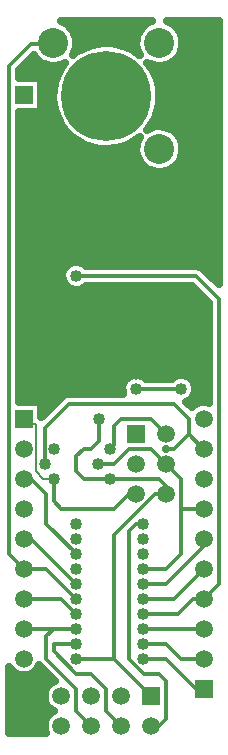
<source format=gbr>
G04 DipTrace 2.4.0.1*
%INBottom.gbr*%
%MOIN*%
%ADD13C,0.013*%
%ADD14C,0.007*%
%ADD15C,0.025*%
%ADD24R,0.0591X0.0591*%
%ADD25C,0.0591*%
%ADD28C,0.3*%
%ADD29C,0.1*%
%ADD30C,0.04*%
%ADD32C,0.028*%
%FSLAX44Y44*%
G04*
G70*
G90*
G75*
G01*
%LNBottom*%
%LPD*%
X9565Y12315D2*
D13*
Y12565D1*
X9315Y12815D1*
X7700D1*
X6539Y6815D2*
X7815D1*
X9065Y5565D1*
X7815Y6815D2*
Y10940D1*
X9190Y12315D1*
X9565D1*
X8315Y23315D2*
X6279D1*
X5797Y23797D1*
X7700Y12815D2*
X6815D1*
X6565Y13065D1*
Y13565D1*
X6815Y13815D1*
X7065D1*
X7315Y14065D1*
Y14815D1*
X8565Y16315D2*
Y16565D1*
X6065Y19065D1*
Y20565D1*
X6565Y21065D1*
X8792Y9815D2*
X9565D1*
X10065Y10315D1*
Y11815D1*
Y12815D1*
X9565Y13315D1*
X9065Y13815D1*
X8315D1*
X7815Y13315D1*
X7300D1*
X10815Y11815D2*
X10065D1*
X8565Y12315D2*
X8315D1*
X7815Y11815D1*
X6065D1*
X5815Y12065D1*
Y12800D1*
X5830Y12815D1*
D14*
X5460D1*
X5210Y13065D1*
Y14628D1*
X5002D1*
X4815Y14815D1*
X5505Y13315D2*
D13*
Y14505D1*
X6315Y15315D1*
X9815D1*
X10315Y14815D1*
Y14315D1*
X9815Y13815D1*
X9565D1*
X10815D2*
X10786D1*
X10315Y14286D1*
Y14315D1*
X10065Y15815D2*
X8565D1*
X10815Y8815D2*
X10440D1*
X9940Y8315D1*
X8792D1*
X10815Y8815D2*
X11315Y9315D1*
Y18815D1*
X10565Y19565D1*
X6565D1*
X4815Y9815D2*
X5539D1*
X6539Y8815D1*
X4815Y9815D2*
X4315Y10315D1*
Y26565D1*
X5065Y27315D1*
X5779D1*
X5797Y27333D1*
X6539Y7815D2*
X5815D1*
X5565Y7565D1*
Y6815D1*
X6565Y5815D1*
Y5065D1*
X7065Y4565D1*
X4815Y7815D2*
X6539D1*
X6565Y7315D2*
X5815D1*
Y7065D1*
X6565Y6315D1*
X7065D1*
X7565Y5815D1*
Y5065D1*
X8065Y4565D1*
X10815Y7815D2*
X8792D1*
X10815Y6815D2*
X10065D1*
X9565Y7315D1*
X8792D1*
X10815Y5815D2*
X10565D1*
X9565Y6815D1*
X8792D1*
X4815Y10815D2*
X5039D1*
X6539Y9315D1*
X10815Y9815D2*
X9815Y8815D1*
X8792D1*
X10815Y10815D2*
Y10565D1*
X9565Y9315D1*
X8792D1*
X4815Y12815D2*
X5065D1*
X5565Y12315D1*
Y11315D1*
X6539Y10341D1*
Y10315D1*
X4815Y8815D2*
X6039D1*
X6539Y8315D1*
X9565Y14315D2*
X9065Y14815D1*
X8065D1*
X7815Y14565D1*
Y13930D1*
X7700Y13815D1*
X9065Y4565D2*
X9315D1*
X9565Y4815D1*
Y6065D1*
X9315Y6315D1*
X8815D1*
X8315Y6815D1*
Y11065D1*
X8565Y11315D1*
X8792D1*
D30*
X8315Y23315D3*
X7315Y14815D3*
X8565Y16315D3*
X6565Y21065D3*
D32*
X9565Y13815D3*
D30*
X10065Y15815D3*
X8565D3*
X6565Y19565D3*
X6539Y11315D3*
Y10815D3*
Y10315D3*
Y9815D3*
Y9315D3*
Y8815D3*
Y8315D3*
Y7815D3*
X6565Y7315D3*
X6539Y6815D3*
X8792D3*
Y7315D3*
Y7815D3*
Y8315D3*
Y8815D3*
Y9315D3*
Y9815D3*
Y10315D3*
Y10815D3*
Y11315D3*
X5830Y13815D3*
X5505Y13315D3*
X5830Y12815D3*
X7700D3*
X7300Y13315D3*
X7700Y13815D3*
X6422Y27806D2*
D15*
X8708D1*
X9957D2*
X11279D1*
X6555Y27558D2*
X8575D1*
X10090D2*
X11279D1*
X6586Y27309D2*
X7271D1*
X7860D2*
X8544D1*
X10121D2*
X11279D1*
X10071Y27060D2*
X11279D1*
X5051Y26812D2*
X5212D1*
X9918D2*
X11279D1*
X4805Y26563D2*
X6083D1*
X9047D2*
X11279D1*
X4668Y26314D2*
X5943D1*
X9188D2*
X11279D1*
X5399Y26065D2*
X5849D1*
X9282D2*
X11279D1*
X5399Y25817D2*
X5794D1*
X9336D2*
X11279D1*
X5399Y25568D2*
X5775D1*
X9356D2*
X11279D1*
X5399Y25319D2*
X5794D1*
X9336D2*
X11279D1*
X5399Y25071D2*
X5845D1*
X9286D2*
X11279D1*
X4668Y24822D2*
X5939D1*
X9192D2*
X11279D1*
X4668Y24573D2*
X6079D1*
X9051D2*
X11279D1*
X4668Y24325D2*
X6286D1*
X9911D2*
X11279D1*
X4668Y24076D2*
X6591D1*
X10071D2*
X11279D1*
X4668Y23827D2*
X7232D1*
X7899D2*
X8544D1*
X10121D2*
X11279D1*
X4668Y23579D2*
X8575D1*
X10090D2*
X11279D1*
X4668Y23330D2*
X8700D1*
X9965D2*
X11279D1*
X4668Y23081D2*
X9040D1*
X9625D2*
X11279D1*
X4668Y22833D2*
X11279D1*
X4668Y22584D2*
X11279D1*
X4668Y22335D2*
X11279D1*
X4668Y22086D2*
X11279D1*
X4668Y21838D2*
X11279D1*
X4668Y21589D2*
X11279D1*
X4668Y21340D2*
X11279D1*
X4668Y21092D2*
X11279D1*
X4668Y20843D2*
X11279D1*
X4668Y20594D2*
X11279D1*
X4668Y20346D2*
X11279D1*
X4668Y20097D2*
X11279D1*
X4668Y19848D2*
X6173D1*
X10758D2*
X11279D1*
X4668Y19600D2*
X6075D1*
X11024D2*
X11279D1*
X4668Y19351D2*
X6126D1*
X4668Y19102D2*
X6497D1*
X6633D2*
X10536D1*
X4668Y18854D2*
X10786D1*
X4668Y18605D2*
X10958D1*
X4668Y18356D2*
X10958D1*
X4668Y18107D2*
X10958D1*
X4668Y17859D2*
X10958D1*
X4668Y17610D2*
X10958D1*
X4668Y17361D2*
X10958D1*
X4668Y17113D2*
X10958D1*
X4668Y16864D2*
X10958D1*
X4668Y16615D2*
X10958D1*
X4668Y16367D2*
X10958D1*
X4668Y16118D2*
X8189D1*
X10442D2*
X10958D1*
X4668Y15869D2*
X8079D1*
X10551D2*
X10958D1*
X4668Y15621D2*
X6165D1*
X10512D2*
X10958D1*
X5399Y15372D2*
X5880D1*
X10250D2*
X10732D1*
X5399Y15123D2*
X5630D1*
X5235Y6419D2*
X5470D1*
X4350Y6170D2*
X5720D1*
X4350Y5922D2*
X5607D1*
X4350Y5673D2*
X5489D1*
X4350Y5424D2*
X5497D1*
X4350Y5176D2*
X5638D1*
X4350Y4927D2*
X5614D1*
X4350Y4678D2*
X5493D1*
X4350Y4430D2*
X5497D1*
X4641Y26163D2*
X5375D1*
Y25042D1*
X4645D1*
Y15374D1*
X5375Y15375D1*
Y14879D1*
X5448Y14915D1*
X6082Y15548D1*
X6184Y15618D1*
X6315Y15645D1*
X8131D1*
X8108Y15730D1*
X8102Y15854D1*
X8129Y15976D1*
X8187Y16086D1*
X8273Y16177D1*
X8379Y16241D1*
X8499Y16275D1*
X8624Y16276D1*
X8744Y16244D1*
X8852Y16181D1*
X8887Y16145D1*
X9741D1*
X9773Y16177D1*
X9879Y16241D1*
X9999Y16275D1*
X10124Y16276D1*
X10244Y16244D1*
X10352Y16181D1*
X10439Y16092D1*
X10499Y15983D1*
X10528Y15862D1*
X10530Y15815D1*
X10513Y15691D1*
X10464Y15577D1*
X10387Y15479D1*
X10286Y15406D1*
X10217Y15380D1*
X10405Y15192D1*
X10456Y15245D1*
X10560Y15314D1*
X10676Y15358D1*
X10800Y15375D1*
X10924Y15365D1*
X10987Y15345D1*
X10985Y17940D1*
Y18678D1*
X10427Y19236D1*
X6889Y19235D1*
X6786Y19156D1*
X6670Y19112D1*
X6545Y19100D1*
X6423Y19122D1*
X6310Y19176D1*
X6216Y19258D1*
X6147Y19361D1*
X6108Y19480D1*
X6102Y19604D1*
X6129Y19726D1*
X6187Y19836D1*
X6273Y19927D1*
X6379Y19991D1*
X6499Y20025D1*
X6624Y20026D1*
X6744Y19994D1*
X6852Y19931D1*
X6887Y19895D1*
X10565D1*
X10687Y19872D1*
X10798Y19798D1*
X11304Y19293D1*
X11305Y28055D1*
X9597Y28051D1*
X9710Y27998D1*
X9814Y27928D1*
X9904Y27842D1*
X9979Y27742D1*
X10037Y27631D1*
X10076Y27513D1*
X10098Y27333D1*
X10088Y27208D1*
X10057Y27087D1*
X10008Y26973D1*
X9940Y26868D1*
X9856Y26775D1*
X9759Y26697D1*
X9650Y26636D1*
X9532Y26594D1*
X9409Y26572D1*
X9284Y26569D1*
X9161Y26587D1*
X9042Y26625D1*
X8934Y26680D1*
X9073Y26482D1*
X9187Y26260D1*
X9269Y26024D1*
X9317Y25779D1*
X9330Y25565D1*
X9312Y25316D1*
X9260Y25072D1*
X9173Y24837D1*
X9054Y24618D1*
X8927Y24444D1*
X8990Y24481D1*
X9106Y24528D1*
X9228Y24555D1*
X9353Y24562D1*
X9477Y24549D1*
X9597Y24515D1*
X9710Y24462D1*
X9814Y24392D1*
X9904Y24306D1*
X9979Y24206D1*
X10037Y24096D1*
X10076Y23977D1*
X10098Y23797D1*
X10088Y23673D1*
X10057Y23552D1*
X10008Y23437D1*
X9940Y23332D1*
X9856Y23239D1*
X9759Y23162D1*
X9650Y23101D1*
X9532Y23059D1*
X9409Y23036D1*
X9284Y23034D1*
X9161Y23052D1*
X9042Y23090D1*
X8931Y23146D1*
X8830Y23220D1*
X8743Y23310D1*
X8672Y23412D1*
X8618Y23525D1*
X8583Y23645D1*
X8568Y23769D1*
X8574Y23894D1*
X8600Y24016D1*
X8645Y24132D1*
X8687Y24203D1*
X8531Y24088D1*
X8313Y23966D1*
X8080Y23877D1*
X7836Y23821D1*
X7587Y23800D1*
X7338Y23815D1*
X7093Y23864D1*
X6858Y23948D1*
X6637Y24064D1*
X6434Y24210D1*
X6254Y24383D1*
X6100Y24580D1*
X5976Y24797D1*
X5883Y25029D1*
X5825Y25271D1*
X5801Y25520D1*
X5812Y25770D1*
X5858Y26015D1*
X5939Y26251D1*
X6052Y26474D1*
X6198Y26682D1*
X6114Y26636D1*
X5997Y26594D1*
X5874Y26572D1*
X5749Y26569D1*
X5625Y26587D1*
X5506Y26625D1*
X5395Y26682D1*
X5295Y26756D1*
X5208Y26845D1*
X5147Y26932D1*
X4644Y26427D1*
X4645Y26163D1*
X5811Y5068D2*
X5721Y5122D1*
X5632Y5209D1*
X5564Y5314D1*
X5521Y5431D1*
X5505Y5555D1*
X5516Y5679D1*
X5555Y5798D1*
X5619Y5905D1*
X5706Y5995D1*
X5842Y6076D1*
X5448Y6466D1*
X5329Y6585D1*
X5254Y6467D1*
X5167Y6379D1*
X5061Y6312D1*
X4944Y6270D1*
X4820Y6255D1*
X4696Y6268D1*
X4578Y6307D1*
X4471Y6372D1*
X4382Y6459D1*
X4325Y6548D1*
Y4325D1*
X5555D1*
X5521Y4431D1*
X5505Y4555D1*
X5516Y4679D1*
X5555Y4798D1*
X5619Y4905D1*
X5706Y4995D1*
X5813Y5065D1*
X6446Y26930D2*
X6562Y27017D1*
X6777Y27144D1*
X7007Y27240D1*
X7249Y27302D1*
X7498Y27329D1*
X7747Y27321D1*
X7993Y27277D1*
X8231Y27200D1*
X8455Y27089D1*
X8661Y26948D1*
X8682Y26931D1*
X8618Y27061D1*
X8583Y27180D1*
X8568Y27304D1*
X8574Y27429D1*
X8600Y27551D1*
X8645Y27668D1*
X8709Y27775D1*
X8789Y27871D1*
X8884Y27952D1*
X8990Y28017D1*
X9088Y28056D1*
X6051Y28055D1*
X6175Y27998D1*
X6278Y27928D1*
X6368Y27842D1*
X6444Y27742D1*
X6502Y27631D1*
X6541Y27513D1*
X6562Y27333D1*
X6552Y27208D1*
X6522Y27087D1*
X6445Y26930D1*
D24*
X4815Y25602D3*
D25*
Y24815D3*
D24*
X9065Y5565D3*
D25*
Y4565D3*
X8065Y5565D3*
Y4565D3*
X7065Y5565D3*
Y4565D3*
X6065Y5565D3*
Y4565D3*
D24*
X8565Y14315D3*
D25*
X9565D3*
X8565Y13315D3*
X9565D3*
X8565Y12315D3*
X9565D3*
D24*
X4815Y14815D3*
D25*
Y13815D3*
Y12815D3*
Y11815D3*
Y10815D3*
Y9815D3*
Y8815D3*
Y7815D3*
Y6815D3*
Y5815D3*
D24*
X10815D3*
D25*
Y6815D3*
Y7815D3*
Y8815D3*
Y9815D3*
Y10815D3*
Y11815D3*
Y12815D3*
Y13815D3*
Y14815D3*
D28*
X7565Y25565D3*
D29*
X9333Y23797D3*
X5797D3*
Y27333D3*
X9333D3*
M02*

</source>
